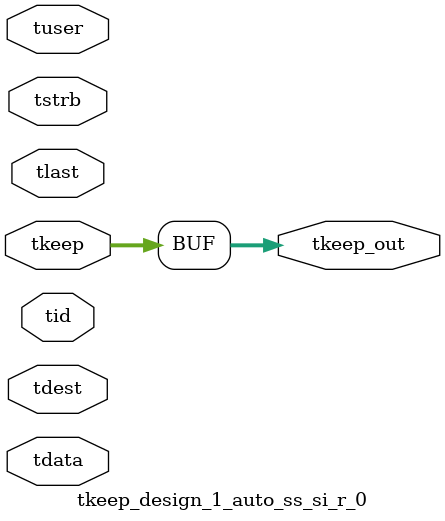
<source format=v>


`timescale 1ps/1ps

module tkeep_design_1_auto_ss_si_r_0 #
(
parameter C_S_AXIS_TDATA_WIDTH = 32,
parameter C_S_AXIS_TUSER_WIDTH = 0,
parameter C_S_AXIS_TID_WIDTH   = 0,
parameter C_S_AXIS_TDEST_WIDTH = 0,
parameter C_M_AXIS_TDATA_WIDTH = 32
)
(
input  [(C_S_AXIS_TDATA_WIDTH == 0 ? 1 : C_S_AXIS_TDATA_WIDTH)-1:0     ] tdata,
input  [(C_S_AXIS_TUSER_WIDTH == 0 ? 1 : C_S_AXIS_TUSER_WIDTH)-1:0     ] tuser,
input  [(C_S_AXIS_TID_WIDTH   == 0 ? 1 : C_S_AXIS_TID_WIDTH)-1:0       ] tid,
input  [(C_S_AXIS_TDEST_WIDTH == 0 ? 1 : C_S_AXIS_TDEST_WIDTH)-1:0     ] tdest,
input  [(C_S_AXIS_TDATA_WIDTH/8)-1:0 ] tkeep,
input  [(C_S_AXIS_TDATA_WIDTH/8)-1:0 ] tstrb,
input                                                                    tlast,
output [(C_M_AXIS_TDATA_WIDTH/8)-1:0 ] tkeep_out
);

assign tkeep_out = {tkeep[7:0]};

endmodule


</source>
